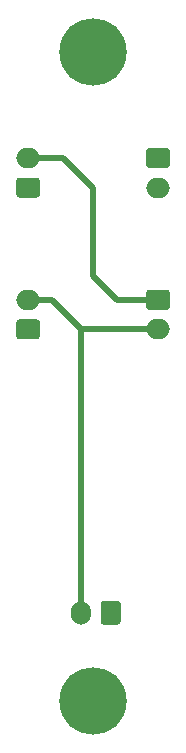
<source format=gtl>
G04 #@! TF.GenerationSoftware,KiCad,Pcbnew,5.1.9+dfsg1-1*
G04 #@! TF.CreationDate,2023-01-27T16:31:19+09:00*
G04 #@! TF.ProjectId,quadtopus-thermistor,71756164-746f-4707-9573-2d746865726d,rev?*
G04 #@! TF.SameCoordinates,Original*
G04 #@! TF.FileFunction,Copper,L1,Top*
G04 #@! TF.FilePolarity,Positive*
%FSLAX46Y46*%
G04 Gerber Fmt 4.6, Leading zero omitted, Abs format (unit mm)*
G04 Created by KiCad (PCBNEW 5.1.9+dfsg1-1) date 2023-01-27 16:31:19*
%MOMM*%
%LPD*%
G01*
G04 APERTURE LIST*
G04 #@! TA.AperFunction,ComponentPad*
%ADD10C,5.700000*%
G04 #@! TD*
G04 #@! TA.AperFunction,ComponentPad*
%ADD11O,1.700000X2.000000*%
G04 #@! TD*
G04 #@! TA.AperFunction,ComponentPad*
%ADD12O,2.000000X1.700000*%
G04 #@! TD*
G04 #@! TA.AperFunction,Conductor*
%ADD13C,0.500000*%
G04 #@! TD*
G04 APERTURE END LIST*
D10*
X132000000Y-137500000D03*
X132000000Y-82500000D03*
G04 #@! TA.AperFunction,ComponentPad*
G36*
G01*
X134350000Y-129250000D02*
X134350000Y-130750000D01*
G75*
G02*
X134100000Y-131000000I-250000J0D01*
G01*
X132900000Y-131000000D01*
G75*
G02*
X132650000Y-130750000I0J250000D01*
G01*
X132650000Y-129250000D01*
G75*
G02*
X132900000Y-129000000I250000J0D01*
G01*
X134100000Y-129000000D01*
G75*
G02*
X134350000Y-129250000I0J-250000D01*
G01*
G37*
G04 #@! TD.AperFunction*
D11*
X131000000Y-130000000D03*
G04 #@! TA.AperFunction,ComponentPad*
G36*
G01*
X136750000Y-102650000D02*
X138250000Y-102650000D01*
G75*
G02*
X138500000Y-102900000I0J-250000D01*
G01*
X138500000Y-104100000D01*
G75*
G02*
X138250000Y-104350000I-250000J0D01*
G01*
X136750000Y-104350000D01*
G75*
G02*
X136500000Y-104100000I0J250000D01*
G01*
X136500000Y-102900000D01*
G75*
G02*
X136750000Y-102650000I250000J0D01*
G01*
G37*
G04 #@! TD.AperFunction*
D12*
X137500000Y-106000000D03*
X126500000Y-91500000D03*
G04 #@! TA.AperFunction,ComponentPad*
G36*
G01*
X127250000Y-94850000D02*
X125750000Y-94850000D01*
G75*
G02*
X125500000Y-94600000I0J250000D01*
G01*
X125500000Y-93400000D01*
G75*
G02*
X125750000Y-93150000I250000J0D01*
G01*
X127250000Y-93150000D01*
G75*
G02*
X127500000Y-93400000I0J-250000D01*
G01*
X127500000Y-94600000D01*
G75*
G02*
X127250000Y-94850000I-250000J0D01*
G01*
G37*
G04 #@! TD.AperFunction*
G04 #@! TA.AperFunction,ComponentPad*
G36*
G01*
X127250000Y-106850000D02*
X125750000Y-106850000D01*
G75*
G02*
X125500000Y-106600000I0J250000D01*
G01*
X125500000Y-105400000D01*
G75*
G02*
X125750000Y-105150000I250000J0D01*
G01*
X127250000Y-105150000D01*
G75*
G02*
X127500000Y-105400000I0J-250000D01*
G01*
X127500000Y-106600000D01*
G75*
G02*
X127250000Y-106850000I-250000J0D01*
G01*
G37*
G04 #@! TD.AperFunction*
X126500000Y-103500000D03*
X137500000Y-94000000D03*
G04 #@! TA.AperFunction,ComponentPad*
G36*
G01*
X136750000Y-90650000D02*
X138250000Y-90650000D01*
G75*
G02*
X138500000Y-90900000I0J-250000D01*
G01*
X138500000Y-92100000D01*
G75*
G02*
X138250000Y-92350000I-250000J0D01*
G01*
X136750000Y-92350000D01*
G75*
G02*
X136500000Y-92100000I0J250000D01*
G01*
X136500000Y-90900000D01*
G75*
G02*
X136750000Y-90650000I250000J0D01*
G01*
G37*
G04 #@! TD.AperFunction*
D13*
X131000000Y-130000000D02*
X131000000Y-106000000D01*
X131000000Y-106000000D02*
X128500000Y-103500000D01*
X128500000Y-103500000D02*
X126500000Y-103500000D01*
X137500000Y-106000000D02*
X131000000Y-106000000D01*
X126500000Y-91500000D02*
X129500000Y-91500000D01*
X129500000Y-91500000D02*
X132000000Y-94000000D01*
X132000000Y-94000000D02*
X132000000Y-101500000D01*
X134000000Y-103500000D02*
X137500000Y-103500000D01*
X132000000Y-101500000D02*
X134000000Y-103500000D01*
M02*

</source>
